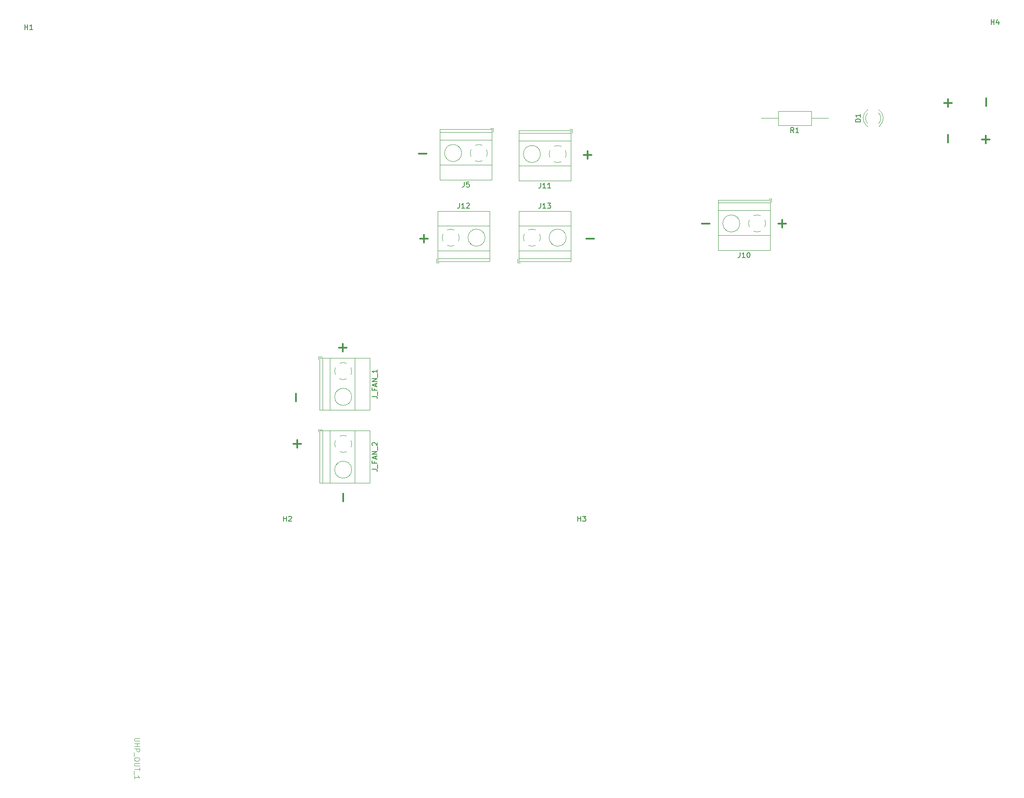
<source format=gbr>
%TF.GenerationSoftware,KiCad,Pcbnew,8.0.5-dirty*%
%TF.CreationDate,2024-10-04T17:55:26+02:00*%
%TF.ProjectId,bottom,626f7474-6f6d-42e6-9b69-6361645f7063,rev?*%
%TF.SameCoordinates,Original*%
%TF.FileFunction,Legend,Top*%
%TF.FilePolarity,Positive*%
%FSLAX46Y46*%
G04 Gerber Fmt 4.6, Leading zero omitted, Abs format (unit mm)*
G04 Created by KiCad (PCBNEW 8.0.5-dirty) date 2024-10-04 17:55:26*
%MOMM*%
%LPD*%
G01*
G04 APERTURE LIST*
%ADD10C,0.300000*%
%ADD11C,0.150000*%
%ADD12C,0.100000*%
%ADD13C,0.120000*%
G04 APERTURE END LIST*
D10*
X238727733Y-30326441D02*
X238727733Y-28802632D01*
X231227733Y-37576441D02*
X231227733Y-36052632D01*
X237923558Y-36977733D02*
X239447368Y-36977733D01*
X238685463Y-37739638D02*
X238685463Y-36215828D01*
X230423558Y-29727733D02*
X231947368Y-29727733D01*
X231185463Y-30489638D02*
X231185463Y-28965828D01*
X127173558Y-56477733D02*
X128697368Y-56477733D01*
X127935463Y-57239638D02*
X127935463Y-55715828D01*
X102173558Y-96977733D02*
X103697368Y-96977733D01*
X102935463Y-97739638D02*
X102935463Y-96215828D01*
X111977733Y-108326441D02*
X111977733Y-106802632D01*
X102727733Y-88576441D02*
X102727733Y-87052632D01*
X159423558Y-39977733D02*
X160947368Y-39977733D01*
X160185463Y-40739638D02*
X160185463Y-39215828D01*
X126923558Y-39727733D02*
X128447368Y-39727733D01*
X111173558Y-77977733D02*
X112697368Y-77977733D01*
X111935463Y-78739638D02*
X111935463Y-77215828D01*
X159923558Y-56477733D02*
X161447368Y-56477733D01*
D11*
X200833333Y-35574819D02*
X200500000Y-35098628D01*
X200261905Y-35574819D02*
X200261905Y-34574819D01*
X200261905Y-34574819D02*
X200642857Y-34574819D01*
X200642857Y-34574819D02*
X200738095Y-34622438D01*
X200738095Y-34622438D02*
X200785714Y-34670057D01*
X200785714Y-34670057D02*
X200833333Y-34765295D01*
X200833333Y-34765295D02*
X200833333Y-34908152D01*
X200833333Y-34908152D02*
X200785714Y-35003390D01*
X200785714Y-35003390D02*
X200738095Y-35051009D01*
X200738095Y-35051009D02*
X200642857Y-35098628D01*
X200642857Y-35098628D02*
X200261905Y-35098628D01*
X201785714Y-35574819D02*
X201214286Y-35574819D01*
X201500000Y-35574819D02*
X201500000Y-34574819D01*
X201500000Y-34574819D02*
X201404762Y-34717676D01*
X201404762Y-34717676D02*
X201309524Y-34812914D01*
X201309524Y-34812914D02*
X201214286Y-34860533D01*
X213969819Y-33468094D02*
X212969819Y-33468094D01*
X212969819Y-33468094D02*
X212969819Y-33229999D01*
X212969819Y-33229999D02*
X213017438Y-33087142D01*
X213017438Y-33087142D02*
X213112676Y-32991904D01*
X213112676Y-32991904D02*
X213207914Y-32944285D01*
X213207914Y-32944285D02*
X213398390Y-32896666D01*
X213398390Y-32896666D02*
X213541247Y-32896666D01*
X213541247Y-32896666D02*
X213731723Y-32944285D01*
X213731723Y-32944285D02*
X213826961Y-32991904D01*
X213826961Y-32991904D02*
X213922200Y-33087142D01*
X213922200Y-33087142D02*
X213969819Y-33229999D01*
X213969819Y-33229999D02*
X213969819Y-33468094D01*
X213969819Y-31944285D02*
X213969819Y-32515713D01*
X213969819Y-32229999D02*
X212969819Y-32229999D01*
X212969819Y-32229999D02*
X213112676Y-32325237D01*
X213112676Y-32325237D02*
X213207914Y-32420475D01*
X213207914Y-32420475D02*
X213255533Y-32515713D01*
X150935476Y-49499819D02*
X150935476Y-50214104D01*
X150935476Y-50214104D02*
X150887857Y-50356961D01*
X150887857Y-50356961D02*
X150792619Y-50452200D01*
X150792619Y-50452200D02*
X150649762Y-50499819D01*
X150649762Y-50499819D02*
X150554524Y-50499819D01*
X151935476Y-50499819D02*
X151364048Y-50499819D01*
X151649762Y-50499819D02*
X151649762Y-49499819D01*
X151649762Y-49499819D02*
X151554524Y-49642676D01*
X151554524Y-49642676D02*
X151459286Y-49737914D01*
X151459286Y-49737914D02*
X151364048Y-49785533D01*
X152268810Y-49499819D02*
X152887857Y-49499819D01*
X152887857Y-49499819D02*
X152554524Y-49880771D01*
X152554524Y-49880771D02*
X152697381Y-49880771D01*
X152697381Y-49880771D02*
X152792619Y-49928390D01*
X152792619Y-49928390D02*
X152840238Y-49976009D01*
X152840238Y-49976009D02*
X152887857Y-50071247D01*
X152887857Y-50071247D02*
X152887857Y-50309342D01*
X152887857Y-50309342D02*
X152840238Y-50404580D01*
X152840238Y-50404580D02*
X152792619Y-50452200D01*
X152792619Y-50452200D02*
X152697381Y-50499819D01*
X152697381Y-50499819D02*
X152411667Y-50499819D01*
X152411667Y-50499819D02*
X152316429Y-50452200D01*
X152316429Y-50452200D02*
X152268810Y-50404580D01*
X190230476Y-59214819D02*
X190230476Y-59929104D01*
X190230476Y-59929104D02*
X190182857Y-60071961D01*
X190182857Y-60071961D02*
X190087619Y-60167200D01*
X190087619Y-60167200D02*
X189944762Y-60214819D01*
X189944762Y-60214819D02*
X189849524Y-60214819D01*
X191230476Y-60214819D02*
X190659048Y-60214819D01*
X190944762Y-60214819D02*
X190944762Y-59214819D01*
X190944762Y-59214819D02*
X190849524Y-59357676D01*
X190849524Y-59357676D02*
X190754286Y-59452914D01*
X190754286Y-59452914D02*
X190659048Y-59500533D01*
X191849524Y-59214819D02*
X191944762Y-59214819D01*
X191944762Y-59214819D02*
X192040000Y-59262438D01*
X192040000Y-59262438D02*
X192087619Y-59310057D01*
X192087619Y-59310057D02*
X192135238Y-59405295D01*
X192135238Y-59405295D02*
X192182857Y-59595771D01*
X192182857Y-59595771D02*
X192182857Y-59833866D01*
X192182857Y-59833866D02*
X192135238Y-60024342D01*
X192135238Y-60024342D02*
X192087619Y-60119580D01*
X192087619Y-60119580D02*
X192040000Y-60167200D01*
X192040000Y-60167200D02*
X191944762Y-60214819D01*
X191944762Y-60214819D02*
X191849524Y-60214819D01*
X191849524Y-60214819D02*
X191754286Y-60167200D01*
X191754286Y-60167200D02*
X191706667Y-60119580D01*
X191706667Y-60119580D02*
X191659048Y-60024342D01*
X191659048Y-60024342D02*
X191611429Y-59833866D01*
X191611429Y-59833866D02*
X191611429Y-59595771D01*
X191611429Y-59595771D02*
X191659048Y-59405295D01*
X191659048Y-59405295D02*
X191706667Y-59310057D01*
X191706667Y-59310057D02*
X191754286Y-59262438D01*
X191754286Y-59262438D02*
X191849524Y-59214819D01*
D10*
X184206441Y-53522266D02*
X182682632Y-53522266D01*
X199306441Y-53522266D02*
X197782632Y-53522266D01*
X198544536Y-52760361D02*
X198544536Y-54284171D01*
D12*
X71842580Y-155023809D02*
X71033057Y-155023809D01*
X71033057Y-155023809D02*
X70937819Y-155071428D01*
X70937819Y-155071428D02*
X70890200Y-155119047D01*
X70890200Y-155119047D02*
X70842580Y-155214285D01*
X70842580Y-155214285D02*
X70842580Y-155404761D01*
X70842580Y-155404761D02*
X70890200Y-155499999D01*
X70890200Y-155499999D02*
X70937819Y-155547618D01*
X70937819Y-155547618D02*
X71033057Y-155595237D01*
X71033057Y-155595237D02*
X71842580Y-155595237D01*
X70842580Y-156071428D02*
X71842580Y-156071428D01*
X71366390Y-156071428D02*
X71366390Y-156642856D01*
X70842580Y-156642856D02*
X71842580Y-156642856D01*
X70842580Y-157119047D02*
X71842580Y-157119047D01*
X71842580Y-157119047D02*
X71842580Y-157499999D01*
X71842580Y-157499999D02*
X71794961Y-157595237D01*
X71794961Y-157595237D02*
X71747342Y-157642856D01*
X71747342Y-157642856D02*
X71652104Y-157690475D01*
X71652104Y-157690475D02*
X71509247Y-157690475D01*
X71509247Y-157690475D02*
X71414009Y-157642856D01*
X71414009Y-157642856D02*
X71366390Y-157595237D01*
X71366390Y-157595237D02*
X71318771Y-157499999D01*
X71318771Y-157499999D02*
X71318771Y-157119047D01*
X70747342Y-157880952D02*
X70747342Y-158642856D01*
X71842580Y-159071428D02*
X71842580Y-159261904D01*
X71842580Y-159261904D02*
X71794961Y-159357142D01*
X71794961Y-159357142D02*
X71699723Y-159452380D01*
X71699723Y-159452380D02*
X71509247Y-159499999D01*
X71509247Y-159499999D02*
X71175914Y-159499999D01*
X71175914Y-159499999D02*
X70985438Y-159452380D01*
X70985438Y-159452380D02*
X70890200Y-159357142D01*
X70890200Y-159357142D02*
X70842580Y-159261904D01*
X70842580Y-159261904D02*
X70842580Y-159071428D01*
X70842580Y-159071428D02*
X70890200Y-158976190D01*
X70890200Y-158976190D02*
X70985438Y-158880952D01*
X70985438Y-158880952D02*
X71175914Y-158833333D01*
X71175914Y-158833333D02*
X71509247Y-158833333D01*
X71509247Y-158833333D02*
X71699723Y-158880952D01*
X71699723Y-158880952D02*
X71794961Y-158976190D01*
X71794961Y-158976190D02*
X71842580Y-159071428D01*
X71842580Y-159928571D02*
X71033057Y-159928571D01*
X71033057Y-159928571D02*
X70937819Y-159976190D01*
X70937819Y-159976190D02*
X70890200Y-160023809D01*
X70890200Y-160023809D02*
X70842580Y-160119047D01*
X70842580Y-160119047D02*
X70842580Y-160309523D01*
X70842580Y-160309523D02*
X70890200Y-160404761D01*
X70890200Y-160404761D02*
X70937819Y-160452380D01*
X70937819Y-160452380D02*
X71033057Y-160499999D01*
X71033057Y-160499999D02*
X71842580Y-160499999D01*
X71842580Y-160833333D02*
X71842580Y-161404761D01*
X70842580Y-161119047D02*
X71842580Y-161119047D01*
X70747342Y-161500000D02*
X70747342Y-162261904D01*
X70842580Y-163023809D02*
X70842580Y-162452381D01*
X70842580Y-162738095D02*
X71842580Y-162738095D01*
X71842580Y-162738095D02*
X71699723Y-162642857D01*
X71699723Y-162642857D02*
X71604485Y-162547619D01*
X71604485Y-162547619D02*
X71556866Y-162452381D01*
D11*
X158238095Y-112254819D02*
X158238095Y-111254819D01*
X158238095Y-111731009D02*
X158809523Y-111731009D01*
X158809523Y-112254819D02*
X158809523Y-111254819D01*
X159190476Y-111254819D02*
X159809523Y-111254819D01*
X159809523Y-111254819D02*
X159476190Y-111635771D01*
X159476190Y-111635771D02*
X159619047Y-111635771D01*
X159619047Y-111635771D02*
X159714285Y-111683390D01*
X159714285Y-111683390D02*
X159761904Y-111731009D01*
X159761904Y-111731009D02*
X159809523Y-111826247D01*
X159809523Y-111826247D02*
X159809523Y-112064342D01*
X159809523Y-112064342D02*
X159761904Y-112159580D01*
X159761904Y-112159580D02*
X159714285Y-112207200D01*
X159714285Y-112207200D02*
X159619047Y-112254819D01*
X159619047Y-112254819D02*
X159333333Y-112254819D01*
X159333333Y-112254819D02*
X159238095Y-112207200D01*
X159238095Y-112207200D02*
X159190476Y-112159580D01*
X239738095Y-14254819D02*
X239738095Y-13254819D01*
X239738095Y-13731009D02*
X240309523Y-13731009D01*
X240309523Y-14254819D02*
X240309523Y-13254819D01*
X241214285Y-13588152D02*
X241214285Y-14254819D01*
X240976190Y-13207200D02*
X240738095Y-13921485D01*
X240738095Y-13921485D02*
X241357142Y-13921485D01*
X117714819Y-101996190D02*
X118429104Y-101996190D01*
X118429104Y-101996190D02*
X118571961Y-102043809D01*
X118571961Y-102043809D02*
X118667200Y-102139047D01*
X118667200Y-102139047D02*
X118714819Y-102281904D01*
X118714819Y-102281904D02*
X118714819Y-102377142D01*
X118810057Y-101758095D02*
X118810057Y-100996190D01*
X118191009Y-100424761D02*
X118191009Y-100758094D01*
X118714819Y-100758094D02*
X117714819Y-100758094D01*
X117714819Y-100758094D02*
X117714819Y-100281904D01*
X118429104Y-99948570D02*
X118429104Y-99472380D01*
X118714819Y-100043808D02*
X117714819Y-99710475D01*
X117714819Y-99710475D02*
X118714819Y-99377142D01*
X118714819Y-99043808D02*
X117714819Y-99043808D01*
X117714819Y-99043808D02*
X118714819Y-98472380D01*
X118714819Y-98472380D02*
X117714819Y-98472380D01*
X118810057Y-98234285D02*
X118810057Y-97472380D01*
X117810057Y-97281903D02*
X117762438Y-97234284D01*
X117762438Y-97234284D02*
X117714819Y-97139046D01*
X117714819Y-97139046D02*
X117714819Y-96900951D01*
X117714819Y-96900951D02*
X117762438Y-96805713D01*
X117762438Y-96805713D02*
X117810057Y-96758094D01*
X117810057Y-96758094D02*
X117905295Y-96710475D01*
X117905295Y-96710475D02*
X118000533Y-96710475D01*
X118000533Y-96710475D02*
X118143390Y-96758094D01*
X118143390Y-96758094D02*
X118714819Y-97329522D01*
X118714819Y-97329522D02*
X118714819Y-96710475D01*
X135866666Y-45324819D02*
X135866666Y-46039104D01*
X135866666Y-46039104D02*
X135819047Y-46181961D01*
X135819047Y-46181961D02*
X135723809Y-46277200D01*
X135723809Y-46277200D02*
X135580952Y-46324819D01*
X135580952Y-46324819D02*
X135485714Y-46324819D01*
X136819047Y-45324819D02*
X136342857Y-45324819D01*
X136342857Y-45324819D02*
X136295238Y-45801009D01*
X136295238Y-45801009D02*
X136342857Y-45753390D01*
X136342857Y-45753390D02*
X136438095Y-45705771D01*
X136438095Y-45705771D02*
X136676190Y-45705771D01*
X136676190Y-45705771D02*
X136771428Y-45753390D01*
X136771428Y-45753390D02*
X136819047Y-45801009D01*
X136819047Y-45801009D02*
X136866666Y-45896247D01*
X136866666Y-45896247D02*
X136866666Y-46134342D01*
X136866666Y-46134342D02*
X136819047Y-46229580D01*
X136819047Y-46229580D02*
X136771428Y-46277200D01*
X136771428Y-46277200D02*
X136676190Y-46324819D01*
X136676190Y-46324819D02*
X136438095Y-46324819D01*
X136438095Y-46324819D02*
X136342857Y-46277200D01*
X136342857Y-46277200D02*
X136295238Y-46229580D01*
X117714819Y-87636190D02*
X118429104Y-87636190D01*
X118429104Y-87636190D02*
X118571961Y-87683809D01*
X118571961Y-87683809D02*
X118667200Y-87779047D01*
X118667200Y-87779047D02*
X118714819Y-87921904D01*
X118714819Y-87921904D02*
X118714819Y-88017142D01*
X118810057Y-87398095D02*
X118810057Y-86636190D01*
X118191009Y-86064761D02*
X118191009Y-86398094D01*
X118714819Y-86398094D02*
X117714819Y-86398094D01*
X117714819Y-86398094D02*
X117714819Y-85921904D01*
X118429104Y-85588570D02*
X118429104Y-85112380D01*
X118714819Y-85683808D02*
X117714819Y-85350475D01*
X117714819Y-85350475D02*
X118714819Y-85017142D01*
X118714819Y-84683808D02*
X117714819Y-84683808D01*
X117714819Y-84683808D02*
X118714819Y-84112380D01*
X118714819Y-84112380D02*
X117714819Y-84112380D01*
X118810057Y-83874285D02*
X118810057Y-83112380D01*
X118714819Y-82350475D02*
X118714819Y-82921903D01*
X118714819Y-82636189D02*
X117714819Y-82636189D01*
X117714819Y-82636189D02*
X117857676Y-82731427D01*
X117857676Y-82731427D02*
X117952914Y-82826665D01*
X117952914Y-82826665D02*
X118000533Y-82921903D01*
X134935476Y-49499819D02*
X134935476Y-50214104D01*
X134935476Y-50214104D02*
X134887857Y-50356961D01*
X134887857Y-50356961D02*
X134792619Y-50452200D01*
X134792619Y-50452200D02*
X134649762Y-50499819D01*
X134649762Y-50499819D02*
X134554524Y-50499819D01*
X135935476Y-50499819D02*
X135364048Y-50499819D01*
X135649762Y-50499819D02*
X135649762Y-49499819D01*
X135649762Y-49499819D02*
X135554524Y-49642676D01*
X135554524Y-49642676D02*
X135459286Y-49737914D01*
X135459286Y-49737914D02*
X135364048Y-49785533D01*
X136316429Y-49595057D02*
X136364048Y-49547438D01*
X136364048Y-49547438D02*
X136459286Y-49499819D01*
X136459286Y-49499819D02*
X136697381Y-49499819D01*
X136697381Y-49499819D02*
X136792619Y-49547438D01*
X136792619Y-49547438D02*
X136840238Y-49595057D01*
X136840238Y-49595057D02*
X136887857Y-49690295D01*
X136887857Y-49690295D02*
X136887857Y-49785533D01*
X136887857Y-49785533D02*
X136840238Y-49928390D01*
X136840238Y-49928390D02*
X136268810Y-50499819D01*
X136268810Y-50499819D02*
X136887857Y-50499819D01*
X100238095Y-112254819D02*
X100238095Y-111254819D01*
X100238095Y-111731009D02*
X100809523Y-111731009D01*
X100809523Y-112254819D02*
X100809523Y-111254819D01*
X101238095Y-111350057D02*
X101285714Y-111302438D01*
X101285714Y-111302438D02*
X101380952Y-111254819D01*
X101380952Y-111254819D02*
X101619047Y-111254819D01*
X101619047Y-111254819D02*
X101714285Y-111302438D01*
X101714285Y-111302438D02*
X101761904Y-111350057D01*
X101761904Y-111350057D02*
X101809523Y-111445295D01*
X101809523Y-111445295D02*
X101809523Y-111540533D01*
X101809523Y-111540533D02*
X101761904Y-111683390D01*
X101761904Y-111683390D02*
X101190476Y-112254819D01*
X101190476Y-112254819D02*
X101809523Y-112254819D01*
X49238095Y-15254819D02*
X49238095Y-14254819D01*
X49238095Y-14731009D02*
X49809523Y-14731009D01*
X49809523Y-15254819D02*
X49809523Y-14254819D01*
X50809523Y-15254819D02*
X50238095Y-15254819D01*
X50523809Y-15254819D02*
X50523809Y-14254819D01*
X50523809Y-14254819D02*
X50428571Y-14397676D01*
X50428571Y-14397676D02*
X50333333Y-14492914D01*
X50333333Y-14492914D02*
X50238095Y-14540533D01*
X150935476Y-45519819D02*
X150935476Y-46234104D01*
X150935476Y-46234104D02*
X150887857Y-46376961D01*
X150887857Y-46376961D02*
X150792619Y-46472200D01*
X150792619Y-46472200D02*
X150649762Y-46519819D01*
X150649762Y-46519819D02*
X150554524Y-46519819D01*
X151935476Y-46519819D02*
X151364048Y-46519819D01*
X151649762Y-46519819D02*
X151649762Y-45519819D01*
X151649762Y-45519819D02*
X151554524Y-45662676D01*
X151554524Y-45662676D02*
X151459286Y-45757914D01*
X151459286Y-45757914D02*
X151364048Y-45805533D01*
X152887857Y-46519819D02*
X152316429Y-46519819D01*
X152602143Y-46519819D02*
X152602143Y-45519819D01*
X152602143Y-45519819D02*
X152506905Y-45662676D01*
X152506905Y-45662676D02*
X152411667Y-45757914D01*
X152411667Y-45757914D02*
X152316429Y-45805533D01*
D13*
%TO.C,R1*%
X207580000Y-32750000D02*
X204270000Y-32750000D01*
X204270000Y-34120000D02*
X204270000Y-31380000D01*
X204270000Y-31380000D02*
X197730000Y-31380000D01*
X197730000Y-34120000D02*
X204270000Y-34120000D01*
X197730000Y-31380000D02*
X197730000Y-34120000D01*
X194420000Y-32750000D02*
X197730000Y-32750000D01*
%TO.C,D1*%
X217553608Y-31057665D02*
G75*
G02*
X217710516Y-34290000I-1078608J-1672335D01*
G01*
X217554837Y-31688870D02*
G75*
G02*
X217555000Y-33770961I-1079837J-1041130D01*
G01*
X215395000Y-33770961D02*
G75*
G02*
X215395163Y-31688870I1080000J1040961D01*
G01*
X215239484Y-34290000D02*
G75*
G02*
X215396392Y-31057665I1235516J1560000D01*
G01*
X217555000Y-34290000D02*
X217711000Y-34290000D01*
X215239000Y-34290000D02*
X215395000Y-34290000D01*
%TO.C,J13*%
X146365000Y-60465000D02*
X146365000Y-61205000D01*
X146365000Y-61205000D02*
X146865000Y-61205000D01*
X146605000Y-51044000D02*
X146605000Y-60965000D01*
X146605000Y-51044000D02*
X156885000Y-51044000D01*
X146605000Y-54004000D02*
X156885000Y-54004000D01*
X146605000Y-58905000D02*
X156885000Y-58905000D01*
X146605000Y-60405000D02*
X156885000Y-60405000D01*
X146605000Y-60965000D02*
X156885000Y-60965000D01*
X153058000Y-57328000D02*
X153011000Y-57374000D01*
X153251000Y-57544000D02*
X153216000Y-57579000D01*
X155355000Y-55030000D02*
X155320000Y-55066000D01*
X155560000Y-55236000D02*
X155513000Y-55282000D01*
X156885000Y-51044000D02*
X156885000Y-60965000D01*
X147669573Y-56988042D02*
G75*
G02*
X147670000Y-55621000I1535420J683041D01*
G01*
X148521958Y-54769573D02*
G75*
G02*
X149889000Y-54770000I683041J-1535420D01*
G01*
X149233805Y-57985253D02*
G75*
G02*
X148521000Y-57840000I-28806J1680254D01*
G01*
X149888318Y-57839756D02*
G75*
G02*
X149205000Y-57985000I-683318J1534756D01*
G01*
X150740427Y-55621958D02*
G75*
G02*
X150740000Y-56989000I-1535427J-683042D01*
G01*
X155965000Y-56305000D02*
G75*
G02*
X152605000Y-56305000I-1680000J0D01*
G01*
X152605000Y-56305000D02*
G75*
G02*
X155965000Y-56305000I1680000J0D01*
G01*
%TO.C,J10*%
X185900000Y-58761000D02*
X185900000Y-48840000D01*
X187225000Y-54569000D02*
X187272000Y-54523000D01*
X187430000Y-54775000D02*
X187465000Y-54739000D01*
X189534000Y-52261000D02*
X189569000Y-52226000D01*
X189727000Y-52477000D02*
X189774000Y-52431000D01*
X196180000Y-48840000D02*
X185900000Y-48840000D01*
X196180000Y-49400000D02*
X185900000Y-49400000D01*
X196180000Y-50900000D02*
X185900000Y-50900000D01*
X196180000Y-55801000D02*
X185900000Y-55801000D01*
X196180000Y-58761000D02*
X185900000Y-58761000D01*
X196180000Y-58761000D02*
X196180000Y-48840000D01*
X196420000Y-48600000D02*
X195920000Y-48600000D01*
X196420000Y-49340000D02*
X196420000Y-48600000D01*
X192044573Y-54183042D02*
G75*
G02*
X192045000Y-52816000I1535427J683042D01*
G01*
X192896682Y-51965244D02*
G75*
G02*
X193580000Y-51820000I683318J-1534756D01*
G01*
X193551195Y-51819747D02*
G75*
G02*
X194264000Y-51965000I28806J-1680254D01*
G01*
X194263042Y-55035427D02*
G75*
G02*
X192896000Y-55035000I-683041J1535420D01*
G01*
X195115427Y-52816958D02*
G75*
G02*
X195115000Y-54184000I-1535420J-683041D01*
G01*
X190180000Y-53500000D02*
G75*
G02*
X186820000Y-53500000I-1680000J0D01*
G01*
X186820000Y-53500000D02*
G75*
G02*
X190180000Y-53500000I1680000J0D01*
G01*
%TO.C,J_FAN_2*%
X107840000Y-94140000D02*
X107100000Y-94140000D01*
X107100000Y-94140000D02*
X107100000Y-94640000D01*
X117261000Y-94380000D02*
X107340000Y-94380000D01*
X117261000Y-94380000D02*
X117261000Y-104660000D01*
X114301000Y-94380000D02*
X114301000Y-104660000D01*
X109400000Y-94380000D02*
X109400000Y-104660000D01*
X107900000Y-94380000D02*
X107900000Y-104660000D01*
X107340000Y-94380000D02*
X107340000Y-104660000D01*
X110977000Y-100833000D02*
X110931000Y-100786000D01*
X110761000Y-101026000D02*
X110726000Y-100991000D01*
X113275000Y-103130000D02*
X113239000Y-103095000D01*
X113069000Y-103335000D02*
X113023000Y-103288000D01*
X117261000Y-104660000D02*
X107340000Y-104660000D01*
X111316958Y-95444573D02*
G75*
G02*
X112684000Y-95445000I683041J-1535420D01*
G01*
X113535427Y-96296958D02*
G75*
G02*
X113535000Y-97664000I-1535420J-683041D01*
G01*
X110319747Y-97008805D02*
G75*
G02*
X110465000Y-96296000I1680254J28806D01*
G01*
X110465244Y-97663318D02*
G75*
G02*
X110320000Y-96980000I1534756J683318D01*
G01*
X112683042Y-98515427D02*
G75*
G02*
X111316000Y-98515000I-683042J1535427D01*
G01*
X113680000Y-102060000D02*
G75*
G02*
X110320000Y-102060000I-1680000J0D01*
G01*
X110320000Y-102060000D02*
G75*
G02*
X113680000Y-102060000I1680000J0D01*
G01*
%TO.C,J5*%
X131060000Y-44871000D02*
X131060000Y-34950000D01*
X132385000Y-40679000D02*
X132432000Y-40633000D01*
X132590000Y-40885000D02*
X132625000Y-40849000D01*
X134694000Y-38371000D02*
X134729000Y-38336000D01*
X134887000Y-38587000D02*
X134934000Y-38541000D01*
X141340000Y-34950000D02*
X131060000Y-34950000D01*
X141340000Y-35510000D02*
X131060000Y-35510000D01*
X141340000Y-37010000D02*
X131060000Y-37010000D01*
X141340000Y-41911000D02*
X131060000Y-41911000D01*
X141340000Y-44871000D02*
X131060000Y-44871000D01*
X141340000Y-44871000D02*
X141340000Y-34950000D01*
X141580000Y-34710000D02*
X141080000Y-34710000D01*
X141580000Y-35450000D02*
X141580000Y-34710000D01*
X137204573Y-40293042D02*
G75*
G02*
X137205000Y-38926000I1535427J683042D01*
G01*
X138056682Y-38075244D02*
G75*
G02*
X138740000Y-37930000I683318J-1534756D01*
G01*
X138711195Y-37929747D02*
G75*
G02*
X139424000Y-38075000I28806J-1680254D01*
G01*
X139423042Y-41145427D02*
G75*
G02*
X138056000Y-41145000I-683041J1535420D01*
G01*
X140275427Y-38926958D02*
G75*
G02*
X140275000Y-40294000I-1535420J-683041D01*
G01*
X135340000Y-39610000D02*
G75*
G02*
X131980000Y-39610000I-1680000J0D01*
G01*
X131980000Y-39610000D02*
G75*
G02*
X135340000Y-39610000I1680000J0D01*
G01*
%TO.C,J_FAN_1*%
X117261000Y-90300000D02*
X107340000Y-90300000D01*
X113069000Y-88975000D02*
X113023000Y-88928000D01*
X113275000Y-88770000D02*
X113239000Y-88735000D01*
X110761000Y-86666000D02*
X110726000Y-86631000D01*
X110977000Y-86473000D02*
X110931000Y-86426000D01*
X107340000Y-80020000D02*
X107340000Y-90300000D01*
X107900000Y-80020000D02*
X107900000Y-90300000D01*
X109400000Y-80020000D02*
X109400000Y-90300000D01*
X114301000Y-80020000D02*
X114301000Y-90300000D01*
X117261000Y-80020000D02*
X117261000Y-90300000D01*
X117261000Y-80020000D02*
X107340000Y-80020000D01*
X107100000Y-79780000D02*
X107100000Y-80280000D01*
X107840000Y-79780000D02*
X107100000Y-79780000D01*
X112683042Y-84155427D02*
G75*
G02*
X111316000Y-84155000I-683042J1535427D01*
G01*
X110465244Y-83303318D02*
G75*
G02*
X110320000Y-82620000I1534756J683318D01*
G01*
X110319747Y-82648805D02*
G75*
G02*
X110465000Y-81936000I1680254J28806D01*
G01*
X113535427Y-81936958D02*
G75*
G02*
X113535000Y-83304000I-1535420J-683041D01*
G01*
X111316958Y-81084573D02*
G75*
G02*
X112684000Y-81085000I683041J-1535420D01*
G01*
X113680000Y-87700000D02*
G75*
G02*
X110320000Y-87700000I-1680000J0D01*
G01*
X110320000Y-87700000D02*
G75*
G02*
X113680000Y-87700000I1680000J0D01*
G01*
%TO.C,J12*%
X130365000Y-60465000D02*
X130365000Y-61205000D01*
X130365000Y-61205000D02*
X130865000Y-61205000D01*
X130605000Y-51044000D02*
X130605000Y-60965000D01*
X130605000Y-51044000D02*
X140885000Y-51044000D01*
X130605000Y-54004000D02*
X140885000Y-54004000D01*
X130605000Y-58905000D02*
X140885000Y-58905000D01*
X130605000Y-60405000D02*
X140885000Y-60405000D01*
X130605000Y-60965000D02*
X140885000Y-60965000D01*
X137058000Y-57328000D02*
X137011000Y-57374000D01*
X137251000Y-57544000D02*
X137216000Y-57579000D01*
X139355000Y-55030000D02*
X139320000Y-55066000D01*
X139560000Y-55236000D02*
X139513000Y-55282000D01*
X140885000Y-51044000D02*
X140885000Y-60965000D01*
X131669573Y-56988042D02*
G75*
G02*
X131670000Y-55621000I1535420J683041D01*
G01*
X132521958Y-54769573D02*
G75*
G02*
X133889000Y-54770000I683041J-1535420D01*
G01*
X133233805Y-57985253D02*
G75*
G02*
X132521000Y-57840000I-28806J1680254D01*
G01*
X133888318Y-57839756D02*
G75*
G02*
X133205000Y-57985000I-683318J1534756D01*
G01*
X134740427Y-55621958D02*
G75*
G02*
X134740000Y-56989000I-1535427J-683042D01*
G01*
X139965000Y-56305000D02*
G75*
G02*
X136605000Y-56305000I-1680000J0D01*
G01*
X136605000Y-56305000D02*
G75*
G02*
X139965000Y-56305000I1680000J0D01*
G01*
%TO.C,J11*%
X146605000Y-45066000D02*
X146605000Y-35145000D01*
X147930000Y-40874000D02*
X147977000Y-40828000D01*
X148135000Y-41080000D02*
X148170000Y-41044000D01*
X150239000Y-38566000D02*
X150274000Y-38531000D01*
X150432000Y-38782000D02*
X150479000Y-38736000D01*
X156885000Y-35145000D02*
X146605000Y-35145000D01*
X156885000Y-35705000D02*
X146605000Y-35705000D01*
X156885000Y-37205000D02*
X146605000Y-37205000D01*
X156885000Y-42106000D02*
X146605000Y-42106000D01*
X156885000Y-45066000D02*
X146605000Y-45066000D01*
X156885000Y-45066000D02*
X156885000Y-35145000D01*
X157125000Y-34905000D02*
X156625000Y-34905000D01*
X157125000Y-35645000D02*
X157125000Y-34905000D01*
X152749573Y-40488042D02*
G75*
G02*
X152750000Y-39121000I1535427J683042D01*
G01*
X153601682Y-38270244D02*
G75*
G02*
X154285000Y-38125000I683318J-1534756D01*
G01*
X154256195Y-38124747D02*
G75*
G02*
X154969000Y-38270000I28806J-1680254D01*
G01*
X154968042Y-41340427D02*
G75*
G02*
X153601000Y-41340000I-683041J1535420D01*
G01*
X155820427Y-39121958D02*
G75*
G02*
X155820000Y-40489000I-1535420J-683041D01*
G01*
X150885000Y-39805000D02*
G75*
G02*
X147525000Y-39805000I-1680000J0D01*
G01*
X147525000Y-39805000D02*
G75*
G02*
X150885000Y-39805000I1680000J0D01*
G01*
%TD*%
M02*

</source>
